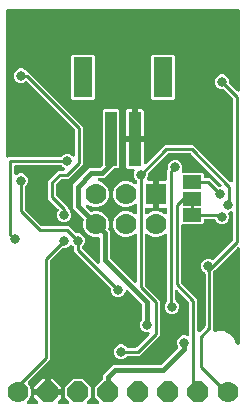
<source format=gbr>
G04 EAGLE Gerber RS-274X export*
G75*
%MOMM*%
%FSLAX34Y34*%
%LPD*%
%INBottom Copper*%
%IPPOS*%
%AMOC8*
5,1,8,0,0,1.08239X$1,22.5*%
G01*
%ADD10P,1.924489X8X112.500000*%
%ADD11C,1.778000*%
%ADD12R,1.000000X4.600000*%
%ADD13R,1.600000X3.400000*%
%ADD14R,1.778000X1.778000*%
%ADD15R,1.600200X1.168400*%
%ADD16C,0.800100*%
%ADD17C,0.254000*%
%ADD18C,0.406400*%

G36*
X112140Y105197D02*
X112140Y105197D01*
X112214Y105199D01*
X112311Y105223D01*
X112411Y105238D01*
X112480Y105265D01*
X112552Y105284D01*
X112642Y105330D01*
X112735Y105367D01*
X112796Y105409D01*
X112862Y105443D01*
X112939Y105508D01*
X113021Y105566D01*
X113071Y105621D01*
X113127Y105669D01*
X113187Y105750D01*
X113254Y105824D01*
X113290Y105889D01*
X113335Y105949D01*
X113374Y106041D01*
X113423Y106129D01*
X113443Y106201D01*
X113473Y106269D01*
X113490Y106368D01*
X113518Y106465D01*
X113526Y106565D01*
X113534Y106612D01*
X113532Y106648D01*
X113537Y106709D01*
X113537Y145213D01*
X113526Y145313D01*
X113524Y145413D01*
X113506Y145485D01*
X113497Y145559D01*
X113464Y145654D01*
X113439Y145751D01*
X113405Y145817D01*
X113380Y145887D01*
X113325Y145971D01*
X113279Y146061D01*
X113231Y146117D01*
X113191Y146180D01*
X113119Y146250D01*
X113054Y146326D01*
X112994Y146370D01*
X112940Y146422D01*
X112854Y146474D01*
X112773Y146533D01*
X112705Y146563D01*
X112641Y146601D01*
X112546Y146631D01*
X112453Y146671D01*
X112380Y146685D01*
X112309Y146707D01*
X112209Y146715D01*
X112110Y146733D01*
X112036Y146729D01*
X111962Y146735D01*
X111862Y146720D01*
X111762Y146715D01*
X111691Y146694D01*
X111617Y146683D01*
X111524Y146646D01*
X111427Y146618D01*
X111362Y146582D01*
X111293Y146555D01*
X111211Y146497D01*
X111123Y146448D01*
X111047Y146383D01*
X111007Y146356D01*
X110983Y146329D01*
X110937Y146290D01*
X110327Y145680D01*
X106313Y144017D01*
X101967Y144017D01*
X97953Y145680D01*
X94880Y148753D01*
X93217Y152767D01*
X93217Y157113D01*
X94880Y161127D01*
X97953Y164200D01*
X101967Y165863D01*
X106313Y165863D01*
X110327Y164200D01*
X110937Y163590D01*
X111016Y163528D01*
X111088Y163458D01*
X111152Y163420D01*
X111210Y163374D01*
X111301Y163331D01*
X111387Y163279D01*
X111458Y163256D01*
X111525Y163225D01*
X111623Y163203D01*
X111719Y163173D01*
X111793Y163167D01*
X111866Y163151D01*
X111966Y163153D01*
X112066Y163145D01*
X112140Y163156D01*
X112214Y163157D01*
X112311Y163182D01*
X112411Y163197D01*
X112480Y163224D01*
X112552Y163242D01*
X112641Y163288D01*
X112735Y163325D01*
X112796Y163368D01*
X112862Y163402D01*
X112939Y163467D01*
X113021Y163524D01*
X113071Y163579D01*
X113127Y163628D01*
X113187Y163708D01*
X113254Y163783D01*
X113290Y163848D01*
X113335Y163908D01*
X113374Y164000D01*
X113423Y164088D01*
X113443Y164160D01*
X113473Y164228D01*
X113490Y164327D01*
X113518Y164423D01*
X113526Y164523D01*
X113534Y164571D01*
X113532Y164607D01*
X113537Y164667D01*
X113537Y170613D01*
X113526Y170713D01*
X113524Y170813D01*
X113506Y170885D01*
X113497Y170959D01*
X113464Y171054D01*
X113439Y171151D01*
X113405Y171217D01*
X113380Y171287D01*
X113325Y171371D01*
X113279Y171461D01*
X113231Y171517D01*
X113191Y171580D01*
X113119Y171650D01*
X113054Y171726D01*
X112994Y171770D01*
X112940Y171822D01*
X112854Y171874D01*
X112773Y171933D01*
X112705Y171963D01*
X112641Y172001D01*
X112546Y172031D01*
X112453Y172071D01*
X112380Y172085D01*
X112309Y172107D01*
X112209Y172115D01*
X112110Y172133D01*
X112036Y172129D01*
X111962Y172135D01*
X111862Y172120D01*
X111762Y172115D01*
X111691Y172094D01*
X111617Y172083D01*
X111524Y172046D01*
X111427Y172018D01*
X111362Y171982D01*
X111293Y171955D01*
X111211Y171897D01*
X111123Y171848D01*
X111047Y171783D01*
X111007Y171756D01*
X110983Y171729D01*
X110937Y171690D01*
X110327Y171080D01*
X106313Y169417D01*
X101967Y169417D01*
X97953Y171080D01*
X94880Y174153D01*
X93217Y178167D01*
X93217Y182513D01*
X94880Y186527D01*
X97953Y189600D01*
X101967Y191263D01*
X106313Y191263D01*
X110327Y189600D01*
X110937Y188990D01*
X111016Y188928D01*
X111088Y188858D01*
X111152Y188820D01*
X111210Y188774D01*
X111301Y188731D01*
X111387Y188679D01*
X111458Y188656D01*
X111525Y188625D01*
X111623Y188603D01*
X111719Y188573D01*
X111793Y188567D01*
X111866Y188551D01*
X111966Y188553D01*
X112066Y188545D01*
X112140Y188556D01*
X112214Y188557D01*
X112311Y188582D01*
X112411Y188597D01*
X112480Y188624D01*
X112552Y188642D01*
X112641Y188688D01*
X112735Y188725D01*
X112796Y188768D01*
X112862Y188802D01*
X112939Y188867D01*
X113021Y188924D01*
X113071Y188979D01*
X113127Y189028D01*
X113187Y189108D01*
X113254Y189183D01*
X113290Y189248D01*
X113335Y189308D01*
X113374Y189400D01*
X113423Y189488D01*
X113443Y189560D01*
X113473Y189628D01*
X113490Y189727D01*
X113518Y189823D01*
X113526Y189923D01*
X113534Y189971D01*
X113532Y190007D01*
X113537Y190067D01*
X113537Y190989D01*
X113523Y191115D01*
X113516Y191241D01*
X113503Y191288D01*
X113497Y191336D01*
X113455Y191455D01*
X113420Y191576D01*
X113396Y191618D01*
X113380Y191664D01*
X113311Y191770D01*
X113250Y191880D01*
X113210Y191927D01*
X113191Y191957D01*
X113156Y191990D01*
X113091Y192067D01*
X111725Y193432D01*
X110807Y195650D01*
X110807Y198050D01*
X111413Y199513D01*
X111454Y199658D01*
X111500Y199801D01*
X111502Y199825D01*
X111508Y199848D01*
X111516Y199999D01*
X111528Y200148D01*
X111524Y200172D01*
X111525Y200196D01*
X111498Y200344D01*
X111476Y200493D01*
X111467Y200515D01*
X111463Y200539D01*
X111403Y200677D01*
X111347Y200817D01*
X111334Y200837D01*
X111324Y200859D01*
X111234Y200980D01*
X111148Y201103D01*
X111131Y201119D01*
X111116Y201139D01*
X111001Y201236D01*
X110890Y201336D01*
X110869Y201348D01*
X110850Y201364D01*
X110716Y201432D01*
X110585Y201505D01*
X110561Y201511D01*
X110540Y201522D01*
X110394Y201559D01*
X110249Y201600D01*
X110220Y201602D01*
X110202Y201607D01*
X110155Y201607D01*
X110005Y201619D01*
X106265Y201619D01*
X105619Y201792D01*
X105040Y202127D01*
X104567Y202600D01*
X104232Y203179D01*
X104059Y203825D01*
X104059Y224661D01*
X110624Y224661D01*
X110650Y224664D01*
X110676Y224662D01*
X110823Y224684D01*
X110970Y224701D01*
X110995Y224709D01*
X111021Y224713D01*
X111158Y224768D01*
X111298Y224818D01*
X111320Y224832D01*
X111345Y224842D01*
X111466Y224927D01*
X111591Y225007D01*
X111603Y225020D01*
X111650Y224975D01*
X111673Y224961D01*
X111692Y224944D01*
X111822Y224872D01*
X111949Y224796D01*
X111974Y224788D01*
X111997Y224775D01*
X112140Y224735D01*
X112281Y224690D01*
X112307Y224687D01*
X112332Y224680D01*
X112576Y224661D01*
X119141Y224661D01*
X119141Y207499D01*
X119152Y207399D01*
X119154Y207299D01*
X119172Y207227D01*
X119181Y207153D01*
X119214Y207058D01*
X119239Y206961D01*
X119273Y206895D01*
X119298Y206825D01*
X119353Y206740D01*
X119399Y206651D01*
X119447Y206594D01*
X119487Y206532D01*
X119559Y206462D01*
X119624Y206386D01*
X119684Y206341D01*
X119738Y206290D01*
X119824Y206238D01*
X119905Y206178D01*
X119973Y206149D01*
X120037Y206111D01*
X120133Y206080D01*
X120225Y206040D01*
X120298Y206027D01*
X120369Y206005D01*
X120469Y205996D01*
X120568Y205979D01*
X120642Y205983D01*
X120716Y205977D01*
X120816Y205991D01*
X120916Y205997D01*
X120987Y206017D01*
X121061Y206028D01*
X121154Y206065D01*
X121251Y206093D01*
X121316Y206130D01*
X121385Y206157D01*
X121467Y206214D01*
X121555Y206263D01*
X121631Y206328D01*
X121671Y206356D01*
X121695Y206382D01*
X121741Y206422D01*
X134681Y219362D01*
X137062Y221743D01*
X161388Y221743D01*
X192217Y190914D01*
X192295Y190851D01*
X192368Y190782D01*
X192432Y190743D01*
X192490Y190697D01*
X192581Y190654D01*
X192667Y190603D01*
X192738Y190580D01*
X192805Y190548D01*
X192903Y190527D01*
X192999Y190497D01*
X193073Y190491D01*
X193146Y190475D01*
X193246Y190477D01*
X193346Y190469D01*
X193420Y190480D01*
X193494Y190481D01*
X193591Y190505D01*
X193691Y190520D01*
X193760Y190548D01*
X193832Y190566D01*
X193922Y190612D01*
X194015Y190649D01*
X194076Y190691D01*
X194142Y190726D01*
X194219Y190791D01*
X194301Y190848D01*
X194351Y190903D01*
X194407Y190951D01*
X194467Y191032D01*
X194534Y191107D01*
X194570Y191172D01*
X194615Y191232D01*
X194654Y191324D01*
X194703Y191412D01*
X194723Y191483D01*
X194753Y191552D01*
X194770Y191650D01*
X194798Y191747D01*
X194806Y191847D01*
X194814Y191895D01*
X194812Y191930D01*
X194817Y191991D01*
X194817Y260891D01*
X194803Y261017D01*
X194796Y261143D01*
X194783Y261189D01*
X194777Y261237D01*
X194735Y261356D01*
X194700Y261478D01*
X194676Y261520D01*
X194660Y261565D01*
X194591Y261672D01*
X194530Y261782D01*
X194490Y261828D01*
X194471Y261858D01*
X194436Y261892D01*
X194371Y261968D01*
X187229Y269111D01*
X187130Y269189D01*
X187036Y269274D01*
X186993Y269297D01*
X186956Y269327D01*
X186841Y269381D01*
X186731Y269442D01*
X186684Y269456D01*
X186641Y269476D01*
X186517Y269503D01*
X186395Y269537D01*
X186335Y269542D01*
X186300Y269550D01*
X186252Y269549D01*
X186152Y269557D01*
X184220Y269557D01*
X182002Y270475D01*
X180305Y272172D01*
X179387Y274390D01*
X179387Y276790D01*
X180305Y279008D01*
X182002Y280705D01*
X184220Y281623D01*
X186620Y281623D01*
X188838Y280705D01*
X190535Y279008D01*
X191453Y276790D01*
X191453Y274858D01*
X191468Y274733D01*
X191474Y274607D01*
X191488Y274560D01*
X191493Y274512D01*
X191536Y274393D01*
X191571Y274272D01*
X191594Y274230D01*
X191611Y274184D01*
X191679Y274078D01*
X191741Y273968D01*
X191780Y273921D01*
X191800Y273891D01*
X191834Y273858D01*
X191899Y273781D01*
X198059Y267622D01*
X198137Y267559D01*
X198210Y267490D01*
X198274Y267451D01*
X198332Y267405D01*
X198423Y267362D01*
X198509Y267311D01*
X198580Y267288D01*
X198647Y267256D01*
X198745Y267235D01*
X198841Y267205D01*
X198915Y267199D01*
X198988Y267183D01*
X199088Y267185D01*
X199188Y267177D01*
X199262Y267188D01*
X199336Y267189D01*
X199433Y267213D01*
X199533Y267228D01*
X199602Y267256D01*
X199674Y267274D01*
X199764Y267320D01*
X199857Y267357D01*
X199918Y267399D01*
X199984Y267434D01*
X200061Y267499D01*
X200143Y267556D01*
X200193Y267611D01*
X200249Y267659D01*
X200309Y267740D01*
X200376Y267815D01*
X200412Y267880D01*
X200457Y267940D01*
X200496Y268032D01*
X200545Y268120D01*
X200565Y268191D01*
X200595Y268260D01*
X200612Y268358D01*
X200640Y268455D01*
X200648Y268555D01*
X200656Y268603D01*
X200654Y268638D01*
X200659Y268699D01*
X200659Y335280D01*
X200656Y335306D01*
X200658Y335332D01*
X200636Y335479D01*
X200619Y335626D01*
X200611Y335651D01*
X200607Y335677D01*
X200552Y335815D01*
X200502Y335954D01*
X200488Y335976D01*
X200478Y336001D01*
X200393Y336122D01*
X200313Y336247D01*
X200294Y336265D01*
X200279Y336287D01*
X200169Y336386D01*
X200062Y336489D01*
X200040Y336503D01*
X200020Y336520D01*
X199890Y336592D01*
X199763Y336668D01*
X199738Y336676D01*
X199715Y336689D01*
X199572Y336729D01*
X199431Y336774D01*
X199405Y336776D01*
X199380Y336784D01*
X199136Y336803D01*
X4064Y336803D01*
X4038Y336800D01*
X4012Y336802D01*
X3865Y336780D01*
X3718Y336763D01*
X3693Y336755D01*
X3667Y336751D01*
X3529Y336696D01*
X3390Y336646D01*
X3368Y336632D01*
X3343Y336622D01*
X3222Y336537D01*
X3097Y336457D01*
X3079Y336438D01*
X3057Y336423D01*
X2958Y336313D01*
X2855Y336206D01*
X2841Y336184D01*
X2824Y336164D01*
X2752Y336034D01*
X2676Y335907D01*
X2668Y335882D01*
X2655Y335859D01*
X2615Y335716D01*
X2570Y335575D01*
X2568Y335549D01*
X2560Y335524D01*
X2541Y335280D01*
X2541Y212819D01*
X2552Y212719D01*
X2554Y212619D01*
X2572Y212547D01*
X2581Y212473D01*
X2614Y212378D01*
X2639Y212281D01*
X2673Y212215D01*
X2698Y212145D01*
X2753Y212060D01*
X2799Y211971D01*
X2847Y211914D01*
X2887Y211852D01*
X2959Y211782D01*
X3024Y211705D01*
X3084Y211661D01*
X3138Y211610D01*
X3224Y211558D01*
X3305Y211498D01*
X3373Y211469D01*
X3437Y211431D01*
X3532Y211400D01*
X3625Y211360D01*
X3698Y211347D01*
X3769Y211325D01*
X3869Y211316D01*
X3968Y211299D01*
X4042Y211303D01*
X4116Y211297D01*
X4215Y211311D01*
X4316Y211317D01*
X4387Y211337D01*
X4461Y211348D01*
X4554Y211385D01*
X4651Y211413D01*
X4716Y211450D01*
X4785Y211477D01*
X4867Y211534D01*
X4954Y211583D01*
X48749Y211583D01*
X48875Y211597D01*
X49001Y211604D01*
X49048Y211617D01*
X49096Y211623D01*
X49215Y211665D01*
X49336Y211700D01*
X49378Y211724D01*
X49424Y211740D01*
X49530Y211809D01*
X49640Y211870D01*
X49687Y211910D01*
X49717Y211929D01*
X49750Y211964D01*
X49827Y212029D01*
X51192Y213395D01*
X53410Y214313D01*
X55810Y214313D01*
X58028Y213395D01*
X58867Y212555D01*
X58946Y212493D01*
X59018Y212423D01*
X59082Y212385D01*
X59140Y212339D01*
X59231Y212296D01*
X59317Y212244D01*
X59388Y212222D01*
X59455Y212190D01*
X59553Y212169D01*
X59649Y212138D01*
X59723Y212132D01*
X59796Y212116D01*
X59896Y212118D01*
X59996Y212110D01*
X60070Y212121D01*
X60144Y212122D01*
X60241Y212147D01*
X60341Y212162D01*
X60410Y212189D01*
X60482Y212207D01*
X60571Y212253D01*
X60665Y212291D01*
X60726Y212333D01*
X60792Y212367D01*
X60868Y212432D01*
X60951Y212489D01*
X61001Y212545D01*
X61057Y212593D01*
X61117Y212674D01*
X61184Y212748D01*
X61220Y212813D01*
X61265Y212873D01*
X61304Y212965D01*
X61353Y213053D01*
X61373Y213125D01*
X61403Y213193D01*
X61420Y213292D01*
X61448Y213389D01*
X61456Y213489D01*
X61464Y213536D01*
X61462Y213572D01*
X61467Y213632D01*
X61467Y234221D01*
X61453Y234347D01*
X61446Y234473D01*
X61433Y234519D01*
X61427Y234567D01*
X61385Y234686D01*
X61350Y234808D01*
X61326Y234850D01*
X61310Y234895D01*
X61241Y235002D01*
X61180Y235112D01*
X61140Y235158D01*
X61121Y235188D01*
X61086Y235222D01*
X61021Y235298D01*
X20788Y275531D01*
X20767Y275548D01*
X20750Y275568D01*
X20631Y275656D01*
X20515Y275748D01*
X20491Y275759D01*
X20470Y275775D01*
X20334Y275834D01*
X20200Y275897D01*
X20174Y275902D01*
X20150Y275913D01*
X20004Y275939D01*
X19859Y275970D01*
X19833Y275970D01*
X19807Y275975D01*
X19658Y275967D01*
X19511Y275964D01*
X19485Y275958D01*
X19459Y275957D01*
X19316Y275915D01*
X19173Y275879D01*
X19149Y275867D01*
X19124Y275860D01*
X18995Y275788D01*
X18863Y275720D01*
X18843Y275703D01*
X18820Y275690D01*
X18666Y275559D01*
X16440Y274637D01*
X14040Y274637D01*
X11822Y275555D01*
X10125Y277252D01*
X9207Y279470D01*
X9207Y281870D01*
X10125Y284088D01*
X11822Y285785D01*
X14040Y286703D01*
X16440Y286703D01*
X18658Y285785D01*
X20023Y284419D01*
X20123Y284340D01*
X20216Y284256D01*
X20259Y284232D01*
X20296Y284202D01*
X20411Y284148D01*
X20521Y284087D01*
X20568Y284074D01*
X20611Y284053D01*
X20735Y284027D01*
X20857Y283992D01*
X20917Y283987D01*
X20952Y283980D01*
X21000Y283981D01*
X21100Y283973D01*
X21688Y283973D01*
X24069Y281592D01*
X65692Y239969D01*
X68073Y237588D01*
X68073Y205642D01*
X55978Y193547D01*
X50259Y193547D01*
X50133Y193533D01*
X50007Y193526D01*
X49961Y193513D01*
X49913Y193507D01*
X49794Y193465D01*
X49672Y193430D01*
X49630Y193406D01*
X49585Y193390D01*
X49478Y193321D01*
X49368Y193260D01*
X49322Y193220D01*
X49292Y193201D01*
X49258Y193166D01*
X49182Y193101D01*
X45659Y189578D01*
X45580Y189479D01*
X45496Y189385D01*
X45472Y189343D01*
X45442Y189305D01*
X45388Y189191D01*
X45327Y189080D01*
X45314Y189034D01*
X45293Y188990D01*
X45267Y188867D01*
X45232Y188745D01*
X45227Y188684D01*
X45220Y188649D01*
X45221Y188601D01*
X45213Y188501D01*
X45213Y179799D01*
X45227Y179673D01*
X45234Y179547D01*
X45247Y179501D01*
X45253Y179453D01*
X45295Y179334D01*
X45330Y179212D01*
X45354Y179170D01*
X45370Y179125D01*
X45439Y179018D01*
X45500Y178908D01*
X45540Y178862D01*
X45559Y178832D01*
X45594Y178798D01*
X45659Y178722D01*
X55373Y169008D01*
X55373Y168421D01*
X55387Y168295D01*
X55394Y168169D01*
X55407Y168122D01*
X55413Y168074D01*
X55455Y167955D01*
X55490Y167834D01*
X55514Y167792D01*
X55530Y167746D01*
X55599Y167640D01*
X55660Y167530D01*
X55700Y167483D01*
X55719Y167453D01*
X55754Y167420D01*
X55819Y167343D01*
X57185Y165978D01*
X58103Y163760D01*
X58103Y161360D01*
X57185Y159142D01*
X55488Y157445D01*
X53270Y156527D01*
X50870Y156527D01*
X48652Y157445D01*
X46955Y159142D01*
X46037Y161360D01*
X46037Y163760D01*
X46957Y165982D01*
X46968Y165991D01*
X47056Y166111D01*
X47148Y166227D01*
X47159Y166250D01*
X47175Y166271D01*
X47233Y166407D01*
X47297Y166542D01*
X47302Y166567D01*
X47313Y166592D01*
X47339Y166737D01*
X47370Y166882D01*
X47370Y166909D01*
X47375Y166935D01*
X47367Y167083D01*
X47364Y167231D01*
X47358Y167256D01*
X47357Y167283D01*
X47316Y167425D01*
X47279Y167569D01*
X47267Y167592D01*
X47260Y167617D01*
X47188Y167747D01*
X47178Y167766D01*
X47175Y167772D01*
X47172Y167777D01*
X47120Y167879D01*
X47103Y167899D01*
X47090Y167922D01*
X46990Y168039D01*
X46976Y168059D01*
X46963Y168070D01*
X46931Y168108D01*
X38607Y176432D01*
X38607Y191868D01*
X46892Y200153D01*
X50808Y200153D01*
X50858Y200158D01*
X50908Y200156D01*
X51030Y200178D01*
X51154Y200193D01*
X51201Y200210D01*
X51251Y200219D01*
X51365Y200268D01*
X51482Y200310D01*
X51524Y200337D01*
X51570Y200358D01*
X51670Y200432D01*
X51775Y200499D01*
X51810Y200535D01*
X51850Y200565D01*
X51930Y200660D01*
X52017Y200750D01*
X52043Y200793D01*
X52075Y200831D01*
X52132Y200942D01*
X52196Y201049D01*
X52211Y201097D01*
X52234Y201142D01*
X52264Y201262D01*
X52302Y201381D01*
X52306Y201431D01*
X52318Y201480D01*
X52320Y201604D01*
X52330Y201728D01*
X52322Y201778D01*
X52323Y201828D01*
X52297Y201950D01*
X52278Y202073D01*
X52260Y202120D01*
X52249Y202169D01*
X52195Y202281D01*
X52149Y202397D01*
X52121Y202438D01*
X52099Y202484D01*
X52021Y202581D01*
X51951Y202683D01*
X51913Y202717D01*
X51882Y202756D01*
X51784Y202833D01*
X51692Y202916D01*
X51648Y202941D01*
X51608Y202972D01*
X51390Y203083D01*
X51192Y203165D01*
X49827Y204531D01*
X49728Y204610D01*
X49634Y204694D01*
X49591Y204718D01*
X49554Y204748D01*
X49439Y204802D01*
X49329Y204863D01*
X49282Y204876D01*
X49238Y204897D01*
X49115Y204923D01*
X48993Y204958D01*
X48933Y204963D01*
X48898Y204970D01*
X48850Y204969D01*
X48749Y204977D01*
X11176Y204977D01*
X11150Y204974D01*
X11124Y204976D01*
X10977Y204954D01*
X10830Y204937D01*
X10805Y204929D01*
X10779Y204925D01*
X10641Y204870D01*
X10502Y204820D01*
X10480Y204806D01*
X10455Y204796D01*
X10334Y204711D01*
X10209Y204631D01*
X10191Y204612D01*
X10169Y204597D01*
X10070Y204487D01*
X9967Y204380D01*
X9953Y204358D01*
X9936Y204338D01*
X9864Y204208D01*
X9788Y204081D01*
X9780Y204056D01*
X9767Y204033D01*
X9727Y203890D01*
X9682Y203749D01*
X9680Y203723D01*
X9672Y203698D01*
X9653Y203454D01*
X9653Y198266D01*
X9670Y198117D01*
X9682Y197967D01*
X9690Y197943D01*
X9693Y197919D01*
X9743Y197778D01*
X9789Y197635D01*
X9802Y197614D01*
X9810Y197591D01*
X9892Y197465D01*
X9969Y197336D01*
X9986Y197319D01*
X9999Y197299D01*
X10108Y197194D01*
X10212Y197086D01*
X10232Y197073D01*
X10250Y197056D01*
X10379Y196979D01*
X10505Y196898D01*
X10528Y196890D01*
X10549Y196878D01*
X10692Y196832D01*
X10834Y196781D01*
X10858Y196779D01*
X10881Y196771D01*
X11030Y196759D01*
X11180Y196742D01*
X11204Y196745D01*
X11228Y196743D01*
X11376Y196766D01*
X11526Y196783D01*
X11554Y196792D01*
X11573Y196795D01*
X11616Y196812D01*
X11759Y196858D01*
X14040Y197803D01*
X16440Y197803D01*
X18658Y196885D01*
X20355Y195188D01*
X21273Y192970D01*
X21273Y190570D01*
X20355Y188352D01*
X18989Y186987D01*
X18910Y186888D01*
X18826Y186794D01*
X18802Y186751D01*
X18772Y186714D01*
X18718Y186599D01*
X18657Y186489D01*
X18644Y186442D01*
X18623Y186398D01*
X18597Y186275D01*
X18562Y186153D01*
X18557Y186093D01*
X18550Y186058D01*
X18551Y186010D01*
X18543Y185909D01*
X18543Y168369D01*
X18557Y168243D01*
X18564Y168117D01*
X18577Y168071D01*
X18583Y168023D01*
X18625Y167904D01*
X18660Y167782D01*
X18684Y167740D01*
X18700Y167695D01*
X18769Y167588D01*
X18830Y167478D01*
X18870Y167432D01*
X18889Y167402D01*
X18924Y167368D01*
X18989Y167292D01*
X32672Y153609D01*
X32771Y153530D01*
X32865Y153446D01*
X32907Y153422D01*
X32945Y153392D01*
X33059Y153338D01*
X33170Y153277D01*
X33216Y153264D01*
X33260Y153243D01*
X33383Y153217D01*
X33505Y153182D01*
X33566Y153177D01*
X33601Y153170D01*
X33649Y153171D01*
X33749Y153163D01*
X55978Y153163D01*
X58359Y150782D01*
X61691Y147449D01*
X61790Y147371D01*
X61884Y147286D01*
X61927Y147263D01*
X61964Y147233D01*
X62079Y147179D01*
X62189Y147118D01*
X62236Y147104D01*
X62279Y147084D01*
X62403Y147057D01*
X62525Y147023D01*
X62585Y147018D01*
X62620Y147010D01*
X62668Y147011D01*
X62768Y147003D01*
X64700Y147003D01*
X66918Y146085D01*
X68615Y144388D01*
X69533Y142170D01*
X69533Y139770D01*
X68615Y137552D01*
X67369Y136306D01*
X67352Y136286D01*
X67332Y136269D01*
X67244Y136149D01*
X67152Y136033D01*
X67141Y136010D01*
X67125Y135989D01*
X67066Y135852D01*
X67003Y135718D01*
X66998Y135693D01*
X66987Y135668D01*
X66961Y135522D01*
X66930Y135378D01*
X66930Y135351D01*
X66925Y135325D01*
X66933Y135177D01*
X66936Y135029D01*
X66942Y135004D01*
X66943Y134977D01*
X66985Y134835D01*
X67021Y134691D01*
X67033Y134668D01*
X67040Y134643D01*
X67112Y134513D01*
X67180Y134381D01*
X67197Y134361D01*
X67210Y134338D01*
X67369Y134152D01*
X79695Y121826D01*
X79773Y121763D01*
X79846Y121694D01*
X79910Y121655D01*
X79968Y121609D01*
X80059Y121566D01*
X80145Y121515D01*
X80216Y121492D01*
X80283Y121460D01*
X80381Y121439D01*
X80477Y121409D01*
X80551Y121403D01*
X80624Y121387D01*
X80724Y121389D01*
X80824Y121381D01*
X80898Y121392D01*
X80972Y121393D01*
X81069Y121417D01*
X81169Y121432D01*
X81238Y121460D01*
X81310Y121478D01*
X81400Y121524D01*
X81493Y121561D01*
X81554Y121603D01*
X81620Y121638D01*
X81697Y121703D01*
X81779Y121760D01*
X81829Y121815D01*
X81885Y121863D01*
X81945Y121944D01*
X82012Y122019D01*
X82048Y122084D01*
X82093Y122144D01*
X82132Y122236D01*
X82181Y122324D01*
X82201Y122395D01*
X82231Y122464D01*
X82248Y122562D01*
X82276Y122659D01*
X82284Y122759D01*
X82292Y122807D01*
X82290Y122842D01*
X82295Y122903D01*
X82295Y142494D01*
X82292Y142520D01*
X82294Y142546D01*
X82272Y142693D01*
X82255Y142840D01*
X82247Y142865D01*
X82243Y142891D01*
X82188Y143029D01*
X82138Y143168D01*
X82124Y143190D01*
X82114Y143215D01*
X82029Y143336D01*
X81949Y143461D01*
X81930Y143479D01*
X81915Y143501D01*
X81805Y143600D01*
X81698Y143703D01*
X81676Y143717D01*
X81656Y143734D01*
X81526Y143806D01*
X81399Y143882D01*
X81374Y143890D01*
X81351Y143903D01*
X81208Y143943D01*
X81067Y143988D01*
X81041Y143990D01*
X81016Y143998D01*
X80772Y144017D01*
X76567Y144017D01*
X72553Y145680D01*
X69480Y148753D01*
X67817Y152767D01*
X67817Y157113D01*
X68307Y158295D01*
X68328Y158368D01*
X68358Y158438D01*
X68376Y158535D01*
X68403Y158630D01*
X68406Y158706D01*
X68420Y158781D01*
X68415Y158880D01*
X68420Y158978D01*
X68406Y159053D01*
X68402Y159130D01*
X68375Y159224D01*
X68357Y159321D01*
X68327Y159391D01*
X68305Y159464D01*
X68257Y159550D01*
X68218Y159641D01*
X68173Y159702D01*
X68135Y159769D01*
X68038Y159882D01*
X68010Y159920D01*
X67996Y159933D01*
X67977Y159955D01*
X59435Y168496D01*
X59435Y188374D01*
X73246Y202185D01*
X81505Y202185D01*
X81631Y202199D01*
X81757Y202206D01*
X81804Y202219D01*
X81852Y202225D01*
X81971Y202267D01*
X82092Y202302D01*
X82134Y202326D01*
X82180Y202342D01*
X82286Y202411D01*
X82396Y202472D01*
X82442Y202512D01*
X82472Y202531D01*
X82506Y202566D01*
X82582Y202631D01*
X84121Y204170D01*
X84200Y204269D01*
X84284Y204362D01*
X84308Y204405D01*
X84338Y204443D01*
X84392Y204557D01*
X84453Y204667D01*
X84466Y204714D01*
X84487Y204758D01*
X84513Y204881D01*
X84548Y205003D01*
X84553Y205064D01*
X84560Y205098D01*
X84559Y205146D01*
X84567Y205247D01*
X84567Y251002D01*
X85758Y252193D01*
X97442Y252193D01*
X98633Y251002D01*
X98633Y203318D01*
X97442Y202127D01*
X94207Y202127D01*
X94081Y202113D01*
X93955Y202106D01*
X93908Y202093D01*
X93860Y202087D01*
X93741Y202045D01*
X93620Y202010D01*
X93578Y201986D01*
X93532Y201970D01*
X93426Y201901D01*
X93316Y201840D01*
X93270Y201800D01*
X93240Y201781D01*
X93206Y201746D01*
X93199Y201740D01*
X93198Y201740D01*
X93130Y201681D01*
X85504Y194055D01*
X81829Y194055D01*
X81779Y194050D01*
X81728Y194052D01*
X81606Y194030D01*
X81483Y194015D01*
X81435Y193998D01*
X81386Y193989D01*
X81271Y193940D01*
X81154Y193898D01*
X81112Y193871D01*
X81066Y193851D01*
X80966Y193776D01*
X80862Y193709D01*
X80827Y193673D01*
X80786Y193643D01*
X80706Y193548D01*
X80619Y193458D01*
X80594Y193415D01*
X80561Y193377D01*
X80504Y193266D01*
X80441Y193159D01*
X80425Y193111D01*
X80402Y193066D01*
X80372Y192946D01*
X80334Y192827D01*
X80330Y192777D01*
X80318Y192728D01*
X80316Y192604D01*
X80306Y192480D01*
X80314Y192430D01*
X80313Y192380D01*
X80340Y192258D01*
X80358Y192135D01*
X80377Y192088D01*
X80387Y192039D01*
X80441Y191927D01*
X80487Y191811D01*
X80516Y191770D01*
X80537Y191724D01*
X80615Y191627D01*
X80686Y191525D01*
X80723Y191491D01*
X80755Y191452D01*
X80852Y191375D01*
X80945Y191292D01*
X80989Y191267D01*
X81028Y191236D01*
X81246Y191125D01*
X84927Y189600D01*
X88000Y186527D01*
X89663Y182513D01*
X89663Y178167D01*
X88000Y174153D01*
X84927Y171080D01*
X80913Y169417D01*
X76567Y169417D01*
X72450Y171123D01*
X72402Y171137D01*
X72356Y171158D01*
X72235Y171184D01*
X72115Y171218D01*
X72065Y171221D01*
X72016Y171231D01*
X71891Y171229D01*
X71767Y171235D01*
X71717Y171226D01*
X71667Y171225D01*
X71547Y171195D01*
X71424Y171173D01*
X71378Y171153D01*
X71329Y171140D01*
X71218Y171083D01*
X71104Y171034D01*
X71064Y171004D01*
X71019Y170981D01*
X70924Y170900D01*
X70825Y170826D01*
X70792Y170788D01*
X70754Y170755D01*
X70680Y170655D01*
X70600Y170560D01*
X70577Y170515D01*
X70547Y170475D01*
X70497Y170360D01*
X70441Y170250D01*
X70429Y170201D01*
X70409Y170155D01*
X70387Y170032D01*
X70357Y169912D01*
X70356Y169861D01*
X70347Y169812D01*
X70353Y169687D01*
X70352Y169563D01*
X70362Y169514D01*
X70365Y169464D01*
X70399Y169344D01*
X70426Y169223D01*
X70448Y169177D01*
X70461Y169129D01*
X70522Y169020D01*
X70576Y168908D01*
X70607Y168868D01*
X70632Y168825D01*
X70790Y168638D01*
X73725Y165703D01*
X73785Y165656D01*
X73838Y165601D01*
X73921Y165548D01*
X73998Y165487D01*
X74067Y165454D01*
X74132Y165413D01*
X74224Y165380D01*
X74313Y165338D01*
X74388Y165322D01*
X74460Y165296D01*
X74558Y165285D01*
X74654Y165264D01*
X74730Y165266D01*
X74806Y165257D01*
X74904Y165269D01*
X75002Y165270D01*
X75077Y165289D01*
X75152Y165298D01*
X75294Y165344D01*
X75340Y165355D01*
X75358Y165364D01*
X75385Y165373D01*
X76567Y165863D01*
X80913Y165863D01*
X84927Y164200D01*
X88000Y161127D01*
X89663Y157113D01*
X89663Y152767D01*
X89173Y151585D01*
X89152Y151511D01*
X89122Y151441D01*
X89104Y151345D01*
X89077Y151250D01*
X89074Y151174D01*
X89060Y151098D01*
X89065Y151000D01*
X89060Y150902D01*
X89074Y150827D01*
X89078Y150750D01*
X89105Y150656D01*
X89123Y150559D01*
X89153Y150489D01*
X89175Y150416D01*
X89223Y150330D01*
X89262Y150239D01*
X89307Y150178D01*
X89345Y150111D01*
X89442Y149998D01*
X89470Y149960D01*
X89484Y149947D01*
X89503Y149925D01*
X90425Y149004D01*
X90425Y126775D01*
X90439Y126649D01*
X90446Y126523D01*
X90459Y126476D01*
X90465Y126428D01*
X90507Y126309D01*
X90542Y126188D01*
X90566Y126146D01*
X90582Y126100D01*
X90651Y125994D01*
X90712Y125884D01*
X90752Y125838D01*
X90771Y125808D01*
X90806Y125774D01*
X90871Y125698D01*
X110937Y105631D01*
X111015Y105569D01*
X111088Y105499D01*
X111152Y105461D01*
X111210Y105415D01*
X111301Y105372D01*
X111387Y105320D01*
X111458Y105298D01*
X111525Y105266D01*
X111623Y105245D01*
X111719Y105214D01*
X111793Y105208D01*
X111866Y105193D01*
X111966Y105194D01*
X112066Y105186D01*
X112140Y105197D01*
G37*
G36*
X28516Y2552D02*
X28516Y2552D01*
X28617Y2554D01*
X28689Y2572D01*
X28763Y2581D01*
X28857Y2614D01*
X28955Y2639D01*
X29021Y2673D01*
X29091Y2698D01*
X29175Y2753D01*
X29264Y2799D01*
X29321Y2847D01*
X29383Y2887D01*
X29453Y2959D01*
X29530Y3024D01*
X29574Y3084D01*
X29626Y3138D01*
X29677Y3224D01*
X29737Y3305D01*
X29766Y3373D01*
X29805Y3437D01*
X29835Y3533D01*
X29875Y3625D01*
X29888Y3698D01*
X29911Y3769D01*
X29919Y3869D01*
X29937Y3968D01*
X29933Y4042D01*
X29939Y4116D01*
X29924Y4216D01*
X29919Y4316D01*
X29898Y4387D01*
X29887Y4461D01*
X29850Y4554D01*
X29822Y4651D01*
X29786Y4716D01*
X29758Y4785D01*
X29701Y4867D01*
X29652Y4955D01*
X29587Y5031D01*
X29559Y5071D01*
X29533Y5095D01*
X29493Y5141D01*
X26669Y7965D01*
X26669Y10161D01*
X37084Y10161D01*
X37110Y10164D01*
X37136Y10162D01*
X37283Y10184D01*
X37430Y10201D01*
X37455Y10209D01*
X37481Y10213D01*
X37618Y10268D01*
X37758Y10318D01*
X37780Y10332D01*
X37805Y10342D01*
X37926Y10427D01*
X38051Y10507D01*
X38069Y10526D01*
X38091Y10541D01*
X38105Y10557D01*
X38190Y10475D01*
X38213Y10461D01*
X38232Y10444D01*
X38362Y10372D01*
X38489Y10296D01*
X38514Y10288D01*
X38537Y10275D01*
X38680Y10235D01*
X38821Y10190D01*
X38847Y10187D01*
X38872Y10180D01*
X39116Y10161D01*
X49531Y10161D01*
X49531Y7965D01*
X46707Y5141D01*
X46644Y5063D01*
X46574Y4990D01*
X46536Y4926D01*
X46490Y4868D01*
X46447Y4777D01*
X46395Y4691D01*
X46373Y4620D01*
X46341Y4553D01*
X46320Y4455D01*
X46289Y4359D01*
X46283Y4285D01*
X46268Y4212D01*
X46269Y4112D01*
X46261Y4012D01*
X46272Y3938D01*
X46274Y3864D01*
X46298Y3767D01*
X46313Y3667D01*
X46340Y3598D01*
X46359Y3526D01*
X46405Y3437D01*
X46442Y3343D01*
X46484Y3282D01*
X46518Y3216D01*
X46583Y3140D01*
X46641Y3057D01*
X46696Y3007D01*
X46744Y2951D01*
X46825Y2891D01*
X46899Y2824D01*
X46965Y2788D01*
X47024Y2743D01*
X47117Y2704D01*
X47204Y2655D01*
X47276Y2635D01*
X47344Y2605D01*
X47443Y2588D01*
X47540Y2560D01*
X47640Y2552D01*
X47687Y2544D01*
X47723Y2546D01*
X47784Y2541D01*
X54535Y2541D01*
X54635Y2552D01*
X54735Y2554D01*
X54807Y2572D01*
X54881Y2581D01*
X54975Y2614D01*
X55073Y2639D01*
X55139Y2673D01*
X55209Y2698D01*
X55293Y2753D01*
X55383Y2799D01*
X55439Y2847D01*
X55502Y2887D01*
X55572Y2959D01*
X55648Y3024D01*
X55692Y3084D01*
X55744Y3138D01*
X55796Y3224D01*
X55855Y3305D01*
X55885Y3373D01*
X55923Y3437D01*
X55954Y3533D01*
X55993Y3625D01*
X56006Y3698D01*
X56029Y3769D01*
X56037Y3869D01*
X56055Y3968D01*
X56051Y4042D01*
X56057Y4116D01*
X56042Y4216D01*
X56037Y4316D01*
X56016Y4387D01*
X56005Y4461D01*
X55968Y4554D01*
X55941Y4651D01*
X55904Y4716D01*
X55877Y4785D01*
X55819Y4867D01*
X55770Y4955D01*
X55705Y5031D01*
X55678Y5071D01*
X55651Y5095D01*
X55612Y5141D01*
X52577Y8176D01*
X52577Y17224D01*
X58976Y23623D01*
X68024Y23623D01*
X74423Y17224D01*
X74423Y8176D01*
X71388Y5141D01*
X71326Y5063D01*
X71256Y4990D01*
X71218Y4926D01*
X71172Y4868D01*
X71129Y4777D01*
X71077Y4691D01*
X71054Y4620D01*
X71023Y4553D01*
X71001Y4455D01*
X70971Y4359D01*
X70965Y4285D01*
X70949Y4212D01*
X70951Y4112D01*
X70943Y4012D01*
X70954Y3938D01*
X70955Y3864D01*
X70980Y3767D01*
X70995Y3667D01*
X71022Y3598D01*
X71040Y3526D01*
X71086Y3437D01*
X71123Y3343D01*
X71166Y3282D01*
X71200Y3216D01*
X71265Y3140D01*
X71322Y3057D01*
X71377Y3007D01*
X71426Y2951D01*
X71506Y2891D01*
X71581Y2824D01*
X71646Y2788D01*
X71706Y2743D01*
X71798Y2704D01*
X71886Y2655D01*
X71958Y2635D01*
X72026Y2605D01*
X72125Y2588D01*
X72221Y2560D01*
X72321Y2552D01*
X72369Y2544D01*
X72405Y2546D01*
X72465Y2541D01*
X79935Y2541D01*
X80035Y2552D01*
X80135Y2554D01*
X80207Y2572D01*
X80281Y2581D01*
X80375Y2614D01*
X80473Y2639D01*
X80539Y2673D01*
X80609Y2698D01*
X80693Y2753D01*
X80783Y2799D01*
X80839Y2847D01*
X80902Y2887D01*
X80972Y2959D01*
X81048Y3024D01*
X81092Y3084D01*
X81144Y3138D01*
X81196Y3224D01*
X81255Y3305D01*
X81285Y3373D01*
X81323Y3437D01*
X81354Y3533D01*
X81393Y3625D01*
X81406Y3698D01*
X81429Y3769D01*
X81437Y3869D01*
X81455Y3968D01*
X81451Y4042D01*
X81457Y4116D01*
X81442Y4216D01*
X81437Y4316D01*
X81416Y4387D01*
X81405Y4461D01*
X81368Y4554D01*
X81341Y4651D01*
X81304Y4716D01*
X81277Y4785D01*
X81219Y4867D01*
X81170Y4955D01*
X81105Y5031D01*
X81078Y5071D01*
X81051Y5095D01*
X81012Y5141D01*
X77977Y8176D01*
X77977Y17224D01*
X84389Y23636D01*
X84468Y23735D01*
X84552Y23829D01*
X84576Y23871D01*
X84606Y23909D01*
X84660Y24023D01*
X84721Y24134D01*
X84734Y24181D01*
X84755Y24224D01*
X84781Y24348D01*
X84816Y24470D01*
X84821Y24530D01*
X84828Y24565D01*
X84827Y24613D01*
X84835Y24713D01*
X84835Y27084D01*
X93566Y35815D01*
X133575Y35815D01*
X133701Y35829D01*
X133827Y35836D01*
X133874Y35849D01*
X133922Y35855D01*
X134041Y35897D01*
X134162Y35932D01*
X134204Y35956D01*
X134250Y35972D01*
X134356Y36041D01*
X134466Y36102D01*
X134512Y36142D01*
X134542Y36161D01*
X134576Y36196D01*
X134652Y36261D01*
X148137Y49745D01*
X148184Y49805D01*
X148239Y49858D01*
X148292Y49941D01*
X148354Y50018D01*
X148386Y50087D01*
X148427Y50152D01*
X148460Y50245D01*
X148502Y50333D01*
X148518Y50408D01*
X148544Y50480D01*
X148555Y50578D01*
X148576Y50674D01*
X148574Y50750D01*
X148583Y50826D01*
X148572Y50924D01*
X148570Y51023D01*
X148551Y51097D01*
X148542Y51173D01*
X148496Y51315D01*
X148485Y51361D01*
X148476Y51378D01*
X148467Y51405D01*
X147637Y53410D01*
X147637Y55810D01*
X148555Y58028D01*
X150252Y59725D01*
X152470Y60643D01*
X154870Y60643D01*
X155123Y60539D01*
X155881Y60224D01*
X156026Y60183D01*
X156169Y60137D01*
X156193Y60135D01*
X156216Y60129D01*
X156367Y60121D01*
X156516Y60109D01*
X156540Y60113D01*
X156564Y60112D01*
X156712Y60139D01*
X156861Y60161D01*
X156883Y60170D01*
X156907Y60174D01*
X157045Y60234D01*
X157185Y60290D01*
X157205Y60304D01*
X157227Y60313D01*
X157348Y60403D01*
X157471Y60489D01*
X157487Y60507D01*
X157507Y60521D01*
X157604Y60636D01*
X157704Y60748D01*
X157716Y60769D01*
X157732Y60787D01*
X157800Y60921D01*
X157873Y61053D01*
X157879Y61076D01*
X157890Y61097D01*
X157927Y61243D01*
X157968Y61388D01*
X157970Y61417D01*
X157975Y61436D01*
X157975Y61483D01*
X157987Y61632D01*
X157987Y88171D01*
X157973Y88297D01*
X157966Y88423D01*
X157953Y88469D01*
X157947Y88517D01*
X157905Y88636D01*
X157870Y88758D01*
X157846Y88800D01*
X157830Y88845D01*
X157761Y88952D01*
X157700Y89062D01*
X157660Y89108D01*
X157641Y89138D01*
X157606Y89172D01*
X157541Y89248D01*
X148143Y98646D01*
X148065Y98709D01*
X147992Y98778D01*
X147928Y98817D01*
X147870Y98863D01*
X147779Y98906D01*
X147693Y98957D01*
X147622Y98980D01*
X147555Y99012D01*
X147457Y99033D01*
X147361Y99063D01*
X147287Y99069D01*
X147214Y99085D01*
X147114Y99083D01*
X147014Y99091D01*
X146940Y99080D01*
X146866Y99079D01*
X146769Y99055D01*
X146669Y99040D01*
X146600Y99012D01*
X146528Y98994D01*
X146438Y98948D01*
X146345Y98911D01*
X146284Y98869D01*
X146218Y98834D01*
X146141Y98769D01*
X146059Y98712D01*
X146009Y98657D01*
X145953Y98609D01*
X145893Y98528D01*
X145826Y98453D01*
X145790Y98388D01*
X145745Y98328D01*
X145706Y98236D01*
X145657Y98148D01*
X145637Y98077D01*
X145607Y98008D01*
X145590Y97910D01*
X145562Y97813D01*
X145554Y97713D01*
X145546Y97665D01*
X145548Y97630D01*
X145543Y97569D01*
X145543Y91796D01*
X145551Y91720D01*
X145550Y91644D01*
X145571Y91548D01*
X145583Y91450D01*
X145608Y91378D01*
X145625Y91303D01*
X145667Y91215D01*
X145700Y91122D01*
X145742Y91058D01*
X145774Y90989D01*
X145836Y90912D01*
X145889Y90829D01*
X145944Y90776D01*
X145992Y90716D01*
X146069Y90655D01*
X146140Y90587D01*
X146205Y90548D01*
X146265Y90500D01*
X146398Y90432D01*
X146439Y90408D01*
X146457Y90402D01*
X146483Y90389D01*
X146928Y90205D01*
X148625Y88508D01*
X149543Y86290D01*
X149543Y83890D01*
X148625Y81672D01*
X146928Y79975D01*
X144710Y79057D01*
X142310Y79057D01*
X140092Y79975D01*
X138395Y81672D01*
X137477Y83890D01*
X137477Y86290D01*
X138395Y88508D01*
X138491Y88603D01*
X138570Y88702D01*
X138654Y88796D01*
X138678Y88839D01*
X138708Y88876D01*
X138762Y88991D01*
X138823Y89101D01*
X138836Y89148D01*
X138857Y89192D01*
X138883Y89315D01*
X138918Y89437D01*
X138923Y89497D01*
X138930Y89532D01*
X138929Y89580D01*
X138937Y89681D01*
X138937Y145213D01*
X138926Y145313D01*
X138924Y145413D01*
X138906Y145485D01*
X138897Y145559D01*
X138864Y145654D01*
X138839Y145751D01*
X138805Y145817D01*
X138780Y145887D01*
X138725Y145971D01*
X138679Y146061D01*
X138631Y146117D01*
X138591Y146180D01*
X138519Y146250D01*
X138454Y146326D01*
X138394Y146370D01*
X138340Y146422D01*
X138254Y146474D01*
X138173Y146533D01*
X138105Y146563D01*
X138041Y146601D01*
X137946Y146631D01*
X137853Y146671D01*
X137780Y146685D01*
X137709Y146707D01*
X137609Y146715D01*
X137510Y146733D01*
X137436Y146729D01*
X137362Y146735D01*
X137262Y146720D01*
X137162Y146715D01*
X137091Y146694D01*
X137017Y146683D01*
X136924Y146646D01*
X136827Y146618D01*
X136762Y146582D01*
X136693Y146555D01*
X136611Y146497D01*
X136523Y146448D01*
X136447Y146383D01*
X136407Y146356D01*
X136383Y146329D01*
X136337Y146290D01*
X135727Y145680D01*
X131713Y144017D01*
X127367Y144017D01*
X123353Y145680D01*
X122743Y146290D01*
X122664Y146352D01*
X122592Y146422D01*
X122528Y146460D01*
X122470Y146506D01*
X122379Y146549D01*
X122293Y146601D01*
X122222Y146624D01*
X122155Y146655D01*
X122057Y146677D01*
X121961Y146707D01*
X121887Y146713D01*
X121814Y146729D01*
X121714Y146727D01*
X121614Y146735D01*
X121540Y146724D01*
X121466Y146723D01*
X121369Y146698D01*
X121269Y146683D01*
X121200Y146656D01*
X121128Y146638D01*
X121039Y146592D01*
X120945Y146555D01*
X120884Y146512D01*
X120818Y146478D01*
X120741Y146413D01*
X120659Y146356D01*
X120609Y146301D01*
X120553Y146252D01*
X120493Y146172D01*
X120426Y146097D01*
X120390Y146032D01*
X120345Y145972D01*
X120306Y145880D01*
X120257Y145792D01*
X120237Y145720D01*
X120207Y145652D01*
X120190Y145553D01*
X120162Y145457D01*
X120154Y145357D01*
X120146Y145309D01*
X120148Y145273D01*
X120143Y145213D01*
X120143Y103599D01*
X120157Y103473D01*
X120164Y103347D01*
X120177Y103301D01*
X120183Y103253D01*
X120225Y103134D01*
X120260Y103012D01*
X120284Y102970D01*
X120300Y102925D01*
X120369Y102818D01*
X120430Y102708D01*
X120470Y102662D01*
X120489Y102632D01*
X120524Y102598D01*
X120589Y102522D01*
X132843Y90268D01*
X132843Y60862D01*
X115668Y43687D01*
X106191Y43687D01*
X106065Y43673D01*
X105939Y43666D01*
X105892Y43653D01*
X105844Y43647D01*
X105725Y43605D01*
X105604Y43570D01*
X105562Y43546D01*
X105516Y43530D01*
X105410Y43461D01*
X105300Y43400D01*
X105253Y43360D01*
X105223Y43341D01*
X105206Y43323D01*
X105205Y43322D01*
X105186Y43303D01*
X105113Y43241D01*
X103748Y41875D01*
X101530Y40957D01*
X99130Y40957D01*
X96912Y41875D01*
X95215Y43572D01*
X94297Y45790D01*
X94297Y48190D01*
X95215Y50408D01*
X96912Y52105D01*
X99130Y53023D01*
X101530Y53023D01*
X103748Y52105D01*
X105113Y50739D01*
X105212Y50660D01*
X105306Y50576D01*
X105349Y50552D01*
X105386Y50522D01*
X105501Y50468D01*
X105611Y50407D01*
X105658Y50394D01*
X105702Y50373D01*
X105825Y50347D01*
X105947Y50312D01*
X106007Y50307D01*
X106042Y50300D01*
X106090Y50301D01*
X106191Y50293D01*
X112301Y50293D01*
X112427Y50307D01*
X112553Y50314D01*
X112599Y50327D01*
X112647Y50333D01*
X112766Y50375D01*
X112888Y50410D01*
X112930Y50434D01*
X112975Y50450D01*
X113082Y50519D01*
X113192Y50580D01*
X113238Y50620D01*
X113268Y50639D01*
X113302Y50674D01*
X113378Y50739D01*
X123856Y61216D01*
X123918Y61295D01*
X123988Y61367D01*
X124026Y61431D01*
X124072Y61489D01*
X124115Y61580D01*
X124167Y61666D01*
X124189Y61737D01*
X124221Y61805D01*
X124242Y61903D01*
X124273Y61998D01*
X124279Y62073D01*
X124295Y62145D01*
X124293Y62246D01*
X124301Y62346D01*
X124290Y62419D01*
X124289Y62494D01*
X124264Y62591D01*
X124249Y62690D01*
X124222Y62759D01*
X124204Y62832D01*
X124158Y62921D01*
X124121Y63014D01*
X124078Y63075D01*
X124044Y63141D01*
X123979Y63218D01*
X123922Y63300D01*
X123866Y63350D01*
X123818Y63407D01*
X123737Y63467D01*
X123663Y63534D01*
X123598Y63570D01*
X123538Y63614D01*
X123446Y63654D01*
X123358Y63702D01*
X123286Y63723D01*
X123218Y63752D01*
X123119Y63770D01*
X123022Y63797D01*
X122922Y63805D01*
X122875Y63814D01*
X122839Y63812D01*
X122779Y63817D01*
X120720Y63817D01*
X118502Y64735D01*
X116805Y66432D01*
X115887Y68650D01*
X115887Y71050D01*
X116805Y73268D01*
X117409Y73871D01*
X117488Y73970D01*
X117572Y74064D01*
X117596Y74107D01*
X117626Y74144D01*
X117680Y74259D01*
X117741Y74369D01*
X117754Y74416D01*
X117775Y74460D01*
X117801Y74583D01*
X117836Y74705D01*
X117841Y74765D01*
X117848Y74800D01*
X117847Y74848D01*
X117855Y74949D01*
X117855Y86585D01*
X117841Y86711D01*
X117834Y86837D01*
X117821Y86884D01*
X117815Y86932D01*
X117773Y87051D01*
X117738Y87172D01*
X117714Y87214D01*
X117698Y87260D01*
X117629Y87366D01*
X117568Y87476D01*
X117528Y87522D01*
X117509Y87552D01*
X117474Y87586D01*
X117409Y87662D01*
X106424Y98648D01*
X106345Y98710D01*
X106273Y98780D01*
X106209Y98818D01*
X106151Y98865D01*
X106060Y98908D01*
X105974Y98959D01*
X105903Y98982D01*
X105835Y99014D01*
X105737Y99035D01*
X105642Y99065D01*
X105567Y99071D01*
X105495Y99087D01*
X105394Y99085D01*
X105294Y99093D01*
X105221Y99082D01*
X105146Y99081D01*
X105049Y99056D01*
X104950Y99042D01*
X104881Y99014D01*
X104808Y98996D01*
X104719Y98950D01*
X104626Y98913D01*
X104565Y98870D01*
X104499Y98836D01*
X104422Y98771D01*
X104340Y98714D01*
X104290Y98659D01*
X104233Y98610D01*
X104173Y98530D01*
X104106Y98455D01*
X104070Y98390D01*
X104026Y98330D01*
X103986Y98238D01*
X103938Y98150D01*
X103925Y98106D01*
X102905Y95642D01*
X101208Y93945D01*
X98990Y93027D01*
X96590Y93027D01*
X94372Y93945D01*
X92675Y95642D01*
X91757Y97860D01*
X91757Y99792D01*
X91742Y99917D01*
X91736Y100043D01*
X91722Y100090D01*
X91717Y100138D01*
X91674Y100257D01*
X91639Y100378D01*
X91616Y100420D01*
X91599Y100466D01*
X91531Y100572D01*
X91469Y100682D01*
X91430Y100729D01*
X91410Y100759D01*
X91376Y100792D01*
X91311Y100869D01*
X60197Y131982D01*
X60197Y135109D01*
X60183Y135235D01*
X60176Y135361D01*
X60163Y135408D01*
X60157Y135456D01*
X60115Y135575D01*
X60080Y135696D01*
X60056Y135738D01*
X60040Y135784D01*
X59971Y135890D01*
X59910Y136000D01*
X59870Y136047D01*
X59851Y136077D01*
X59816Y136110D01*
X59751Y136187D01*
X58862Y137076D01*
X58842Y137092D01*
X58825Y137112D01*
X58705Y137200D01*
X58589Y137292D01*
X58565Y137303D01*
X58544Y137319D01*
X58408Y137378D01*
X58274Y137441D01*
X58248Y137447D01*
X58224Y137457D01*
X58078Y137483D01*
X57933Y137515D01*
X57907Y137514D01*
X57881Y137519D01*
X57733Y137511D01*
X57585Y137509D01*
X57559Y137502D01*
X57533Y137501D01*
X57391Y137460D01*
X57247Y137424D01*
X57224Y137412D01*
X57198Y137404D01*
X57069Y137332D01*
X56937Y137264D01*
X56917Y137247D01*
X56894Y137234D01*
X56708Y137076D01*
X55488Y135855D01*
X53270Y134937D01*
X51338Y134937D01*
X51213Y134922D01*
X51087Y134916D01*
X51040Y134902D01*
X50992Y134897D01*
X50873Y134854D01*
X50752Y134819D01*
X50710Y134796D01*
X50664Y134779D01*
X50558Y134711D01*
X50448Y134649D01*
X50401Y134610D01*
X50371Y134590D01*
X50338Y134556D01*
X50261Y134491D01*
X40579Y124808D01*
X40500Y124709D01*
X40416Y124615D01*
X40392Y124573D01*
X40362Y124535D01*
X40308Y124421D01*
X40247Y124310D01*
X40234Y124264D01*
X40213Y124220D01*
X40187Y124097D01*
X40152Y123975D01*
X40147Y123914D01*
X40140Y123879D01*
X40141Y123831D01*
X40133Y123731D01*
X40133Y40542D01*
X21296Y21705D01*
X21280Y21685D01*
X21260Y21668D01*
X21171Y21548D01*
X21079Y21432D01*
X21068Y21409D01*
X21053Y21387D01*
X20994Y21251D01*
X20930Y21117D01*
X20925Y21091D01*
X20915Y21067D01*
X20888Y20921D01*
X20857Y20776D01*
X20858Y20750D01*
X20853Y20724D01*
X20861Y20576D01*
X20863Y20428D01*
X20869Y20403D01*
X20871Y20376D01*
X20912Y20234D01*
X20948Y20090D01*
X20960Y20067D01*
X20967Y20042D01*
X21040Y19912D01*
X21108Y19780D01*
X21125Y19760D01*
X21138Y19737D01*
X21296Y19551D01*
X21960Y18887D01*
X23623Y14873D01*
X23623Y10527D01*
X21960Y6513D01*
X20588Y5141D01*
X20526Y5062D01*
X20456Y4990D01*
X20418Y4926D01*
X20372Y4868D01*
X20329Y4777D01*
X20277Y4691D01*
X20254Y4620D01*
X20223Y4553D01*
X20201Y4455D01*
X20171Y4359D01*
X20165Y4285D01*
X20149Y4212D01*
X20151Y4112D01*
X20143Y4012D01*
X20154Y3938D01*
X20155Y3864D01*
X20180Y3767D01*
X20195Y3667D01*
X20222Y3598D01*
X20240Y3526D01*
X20286Y3437D01*
X20323Y3343D01*
X20366Y3282D01*
X20400Y3216D01*
X20465Y3140D01*
X20522Y3057D01*
X20577Y3007D01*
X20626Y2951D01*
X20706Y2891D01*
X20781Y2824D01*
X20846Y2788D01*
X20906Y2743D01*
X20998Y2704D01*
X21086Y2655D01*
X21158Y2635D01*
X21226Y2605D01*
X21325Y2588D01*
X21421Y2560D01*
X21521Y2552D01*
X21569Y2544D01*
X21605Y2546D01*
X21665Y2541D01*
X28416Y2541D01*
X28516Y2552D01*
G37*
G36*
X166268Y63483D02*
X166268Y63483D01*
X166368Y63489D01*
X166430Y63507D01*
X166465Y63511D01*
X166477Y63515D01*
X166513Y63520D01*
X166606Y63557D01*
X166703Y63585D01*
X166755Y63614D01*
X166793Y63628D01*
X166808Y63638D01*
X166837Y63649D01*
X166919Y63706D01*
X167007Y63755D01*
X167058Y63799D01*
X167086Y63817D01*
X167102Y63833D01*
X167123Y63848D01*
X167147Y63874D01*
X167193Y63914D01*
X171202Y67923D01*
X171281Y68022D01*
X171365Y68116D01*
X171389Y68158D01*
X171419Y68196D01*
X171473Y68310D01*
X171534Y68421D01*
X171547Y68467D01*
X171568Y68511D01*
X171594Y68634D01*
X171629Y68756D01*
X171634Y68817D01*
X171641Y68852D01*
X171640Y68900D01*
X171648Y69000D01*
X171648Y112610D01*
X171634Y112736D01*
X171627Y112862D01*
X171614Y112908D01*
X171608Y112956D01*
X171566Y113075D01*
X171531Y113197D01*
X171507Y113239D01*
X171491Y113284D01*
X171422Y113391D01*
X171361Y113501D01*
X171321Y113547D01*
X171302Y113577D01*
X171267Y113611D01*
X171202Y113687D01*
X170875Y114015D01*
X170873Y114016D01*
X170872Y114017D01*
X170735Y114125D01*
X170625Y114213D01*
X168875Y115962D01*
X167957Y118180D01*
X167957Y120580D01*
X168875Y122798D01*
X170572Y124495D01*
X172790Y125413D01*
X175190Y125413D01*
X177059Y124639D01*
X177132Y124618D01*
X177202Y124588D01*
X177299Y124571D01*
X177394Y124544D01*
X177470Y124540D01*
X177545Y124526D01*
X177644Y124531D01*
X177742Y124527D01*
X177817Y124540D01*
X177893Y124544D01*
X177988Y124571D01*
X178085Y124589D01*
X178155Y124620D01*
X178228Y124641D01*
X178314Y124689D01*
X178404Y124728D01*
X178466Y124774D01*
X178532Y124811D01*
X178646Y124908D01*
X178684Y124936D01*
X178696Y124950D01*
X178719Y124969D01*
X194371Y140622D01*
X194450Y140721D01*
X194534Y140815D01*
X194558Y140857D01*
X194588Y140895D01*
X194642Y141009D01*
X194703Y141120D01*
X194716Y141166D01*
X194737Y141210D01*
X194763Y141333D01*
X194798Y141455D01*
X194803Y141516D01*
X194810Y141551D01*
X194809Y141599D01*
X194817Y141699D01*
X194817Y164428D01*
X194800Y164577D01*
X194788Y164727D01*
X194780Y164751D01*
X194777Y164774D01*
X194727Y164916D01*
X194680Y165059D01*
X194668Y165080D01*
X194660Y165103D01*
X194578Y165229D01*
X194501Y165358D01*
X194484Y165375D01*
X194471Y165395D01*
X194363Y165500D01*
X194258Y165608D01*
X194238Y165621D01*
X194220Y165638D01*
X194091Y165715D01*
X193965Y165796D01*
X193942Y165804D01*
X193921Y165816D01*
X193778Y165862D01*
X193636Y165913D01*
X193612Y165915D01*
X193589Y165923D01*
X193440Y165935D01*
X193290Y165952D01*
X193266Y165949D01*
X193242Y165951D01*
X193093Y165928D01*
X192944Y165911D01*
X192916Y165902D01*
X192897Y165899D01*
X192853Y165881D01*
X192711Y165836D01*
X191862Y165484D01*
X191839Y165471D01*
X191814Y165463D01*
X191687Y165387D01*
X191557Y165314D01*
X191538Y165297D01*
X191515Y165283D01*
X191410Y165180D01*
X191299Y165080D01*
X191284Y165059D01*
X191265Y165040D01*
X191185Y164916D01*
X191101Y164794D01*
X191091Y164769D01*
X191077Y164747D01*
X191027Y164607D01*
X190973Y164469D01*
X190969Y164444D01*
X190961Y164419D01*
X190944Y164271D01*
X190922Y164125D01*
X190925Y164098D01*
X190922Y164072D01*
X190939Y163926D01*
X190951Y163777D01*
X190959Y163752D01*
X190962Y163726D01*
X191038Y163494D01*
X191453Y162490D01*
X191453Y160090D01*
X190535Y157872D01*
X188838Y156175D01*
X186620Y155257D01*
X184220Y155257D01*
X182002Y156175D01*
X180305Y157872D01*
X180121Y158317D01*
X180084Y158384D01*
X180056Y158455D01*
X180000Y158536D01*
X179952Y158622D01*
X179900Y158678D01*
X179857Y158741D01*
X179784Y158807D01*
X179718Y158880D01*
X179655Y158923D01*
X179598Y158974D01*
X179512Y159022D01*
X179431Y159078D01*
X179360Y159106D01*
X179293Y159143D01*
X179198Y159170D01*
X179107Y159206D01*
X179031Y159217D01*
X178958Y159238D01*
X178809Y159250D01*
X178762Y159257D01*
X178743Y159255D01*
X178714Y159257D01*
X171577Y159257D01*
X171551Y159254D01*
X171525Y159256D01*
X171378Y159234D01*
X171231Y159217D01*
X171206Y159209D01*
X171180Y159205D01*
X171042Y159150D01*
X170903Y159100D01*
X170881Y159086D01*
X170856Y159076D01*
X170735Y158991D01*
X170610Y158911D01*
X170592Y158892D01*
X170570Y158877D01*
X170471Y158767D01*
X170368Y158660D01*
X170354Y158638D01*
X170337Y158618D01*
X170265Y158488D01*
X170189Y158361D01*
X170181Y158336D01*
X170168Y158313D01*
X170128Y158170D01*
X170083Y158029D01*
X170081Y158003D01*
X170073Y157978D01*
X170054Y157734D01*
X170054Y155876D01*
X168863Y154685D01*
X152146Y154685D01*
X152120Y154682D01*
X152094Y154684D01*
X151947Y154662D01*
X151800Y154645D01*
X151775Y154637D01*
X151749Y154633D01*
X151611Y154578D01*
X151472Y154528D01*
X151450Y154514D01*
X151425Y154504D01*
X151304Y154419D01*
X151179Y154339D01*
X151161Y154320D01*
X151139Y154305D01*
X151040Y154195D01*
X150937Y154088D01*
X150923Y154066D01*
X150906Y154046D01*
X150834Y153916D01*
X150758Y153789D01*
X150750Y153764D01*
X150737Y153741D01*
X150697Y153598D01*
X150652Y153457D01*
X150650Y153431D01*
X150642Y153406D01*
X150623Y153162D01*
X150623Y106139D01*
X150637Y106013D01*
X150644Y105887D01*
X150657Y105841D01*
X150663Y105793D01*
X150705Y105674D01*
X150740Y105552D01*
X150764Y105510D01*
X150780Y105465D01*
X150849Y105358D01*
X150910Y105248D01*
X150950Y105202D01*
X150969Y105172D01*
X151004Y105138D01*
X151020Y105115D01*
X151036Y105101D01*
X151069Y105062D01*
X164593Y91538D01*
X164593Y64991D01*
X164596Y64966D01*
X164594Y64942D01*
X164605Y64869D01*
X164606Y64791D01*
X164624Y64719D01*
X164633Y64645D01*
X164642Y64618D01*
X164645Y64597D01*
X164671Y64533D01*
X164691Y64453D01*
X164725Y64387D01*
X164750Y64317D01*
X164768Y64290D01*
X164774Y64273D01*
X164810Y64221D01*
X164851Y64143D01*
X164899Y64086D01*
X164939Y64024D01*
X164965Y63999D01*
X164973Y63987D01*
X165017Y63947D01*
X165076Y63878D01*
X165136Y63833D01*
X165190Y63782D01*
X165222Y63762D01*
X165232Y63754D01*
X165280Y63727D01*
X165357Y63670D01*
X165425Y63641D01*
X165489Y63603D01*
X165527Y63591D01*
X165537Y63585D01*
X165588Y63571D01*
X165677Y63532D01*
X165750Y63519D01*
X165821Y63497D01*
X165862Y63493D01*
X165872Y63490D01*
X165941Y63485D01*
X166020Y63471D01*
X166079Y63474D01*
X166116Y63471D01*
X166119Y63471D01*
X166128Y63472D01*
X166168Y63469D01*
X166268Y63483D01*
G37*
G36*
X199138Y52466D02*
X199138Y52466D01*
X199188Y52462D01*
X199311Y52481D01*
X199435Y52491D01*
X199483Y52506D01*
X199533Y52514D01*
X199648Y52560D01*
X199767Y52598D01*
X199810Y52624D01*
X199857Y52643D01*
X199959Y52713D01*
X200065Y52778D01*
X200102Y52813D01*
X200143Y52842D01*
X200226Y52934D01*
X200315Y53021D01*
X200343Y53063D01*
X200376Y53100D01*
X200436Y53209D01*
X200504Y53314D01*
X200521Y53361D01*
X200545Y53405D01*
X200579Y53525D01*
X200620Y53642D01*
X200626Y53692D01*
X200640Y53741D01*
X200659Y53985D01*
X200659Y133891D01*
X200648Y133991D01*
X200646Y134091D01*
X200628Y134163D01*
X200619Y134237D01*
X200586Y134332D01*
X200561Y134429D01*
X200527Y134495D01*
X200502Y134565D01*
X200447Y134650D01*
X200401Y134739D01*
X200353Y134796D01*
X200313Y134858D01*
X200241Y134928D01*
X200176Y135004D01*
X200116Y135049D01*
X200062Y135100D01*
X199976Y135152D01*
X199895Y135212D01*
X199827Y135241D01*
X199763Y135279D01*
X199667Y135310D01*
X199575Y135350D01*
X199502Y135363D01*
X199431Y135385D01*
X199331Y135394D01*
X199232Y135411D01*
X199158Y135407D01*
X199084Y135413D01*
X198984Y135399D01*
X198884Y135393D01*
X198813Y135373D01*
X198739Y135362D01*
X198646Y135325D01*
X198549Y135297D01*
X198484Y135260D01*
X198415Y135233D01*
X198333Y135176D01*
X198245Y135127D01*
X198169Y135062D01*
X198129Y135034D01*
X198105Y135008D01*
X198059Y134968D01*
X179355Y116265D01*
X179354Y116263D01*
X179353Y116262D01*
X179245Y116125D01*
X179157Y116015D01*
X178700Y115558D01*
X178621Y115459D01*
X178537Y115365D01*
X178513Y115322D01*
X178483Y115285D01*
X178429Y115170D01*
X178368Y115060D01*
X178355Y115013D01*
X178334Y114969D01*
X178308Y114846D01*
X178273Y114724D01*
X178268Y114664D01*
X178261Y114629D01*
X178262Y114581D01*
X178254Y114480D01*
X178254Y65294D01*
X178271Y65145D01*
X178283Y64995D01*
X178291Y64971D01*
X178294Y64948D01*
X178344Y64806D01*
X178390Y64663D01*
X178403Y64642D01*
X178411Y64619D01*
X178493Y64493D01*
X178570Y64364D01*
X178587Y64347D01*
X178600Y64327D01*
X178708Y64222D01*
X178813Y64114D01*
X178833Y64101D01*
X178851Y64084D01*
X178980Y64007D01*
X179106Y63926D01*
X179129Y63918D01*
X179150Y63906D01*
X179293Y63860D01*
X179435Y63809D01*
X179459Y63807D01*
X179482Y63799D01*
X179631Y63787D01*
X179781Y63771D01*
X179805Y63773D01*
X179829Y63771D01*
X179978Y63794D01*
X180127Y63811D01*
X180155Y63820D01*
X180174Y63823D01*
X180218Y63841D01*
X180360Y63886D01*
X181457Y64341D01*
X186843Y64341D01*
X191820Y62279D01*
X195629Y58470D01*
X197729Y53402D01*
X197753Y53358D01*
X197770Y53310D01*
X197838Y53206D01*
X197898Y53097D01*
X197932Y53060D01*
X197959Y53017D01*
X198049Y52931D01*
X198132Y52839D01*
X198174Y52810D01*
X198210Y52775D01*
X198317Y52711D01*
X198419Y52641D01*
X198466Y52622D01*
X198509Y52596D01*
X198627Y52558D01*
X198743Y52513D01*
X198793Y52506D01*
X198841Y52490D01*
X198965Y52480D01*
X199088Y52462D01*
X199138Y52466D01*
G37*
G36*
X137540Y163156D02*
X137540Y163156D01*
X137614Y163157D01*
X137711Y163182D01*
X137811Y163197D01*
X137880Y163224D01*
X137952Y163242D01*
X138041Y163288D01*
X138135Y163325D01*
X138196Y163368D01*
X138262Y163402D01*
X138339Y163467D01*
X138421Y163524D01*
X138471Y163579D01*
X138527Y163628D01*
X138587Y163708D01*
X138654Y163783D01*
X138690Y163848D01*
X138735Y163908D01*
X138774Y164000D01*
X138823Y164088D01*
X138843Y164160D01*
X138873Y164228D01*
X138890Y164327D01*
X138918Y164423D01*
X138926Y164523D01*
X138934Y164571D01*
X138932Y164607D01*
X138937Y164667D01*
X138937Y167386D01*
X138934Y167412D01*
X138936Y167438D01*
X138914Y167585D01*
X138897Y167732D01*
X138889Y167757D01*
X138885Y167783D01*
X138830Y167921D01*
X138780Y168060D01*
X138766Y168082D01*
X138756Y168107D01*
X138671Y168228D01*
X138591Y168353D01*
X138572Y168371D01*
X138557Y168393D01*
X138447Y168492D01*
X138340Y168595D01*
X138318Y168609D01*
X138298Y168626D01*
X138168Y168698D01*
X138041Y168774D01*
X138016Y168782D01*
X137993Y168795D01*
X137850Y168835D01*
X137709Y168880D01*
X137683Y168882D01*
X137658Y168890D01*
X137414Y168909D01*
X132039Y168909D01*
X132039Y179364D01*
X132036Y179390D01*
X132038Y179416D01*
X132016Y179563D01*
X131999Y179710D01*
X131991Y179735D01*
X131987Y179761D01*
X131932Y179898D01*
X131882Y180038D01*
X131868Y180060D01*
X131858Y180085D01*
X131773Y180206D01*
X131693Y180331D01*
X131680Y180343D01*
X131725Y180390D01*
X131739Y180413D01*
X131756Y180432D01*
X131828Y180562D01*
X131904Y180689D01*
X131912Y180714D01*
X131925Y180737D01*
X131965Y180880D01*
X132010Y181021D01*
X132012Y181047D01*
X132020Y181072D01*
X132039Y181316D01*
X132039Y191771D01*
X137414Y191771D01*
X137440Y191774D01*
X137466Y191772D01*
X137613Y191794D01*
X137760Y191811D01*
X137785Y191819D01*
X137811Y191823D01*
X137949Y191878D01*
X138088Y191928D01*
X138110Y191942D01*
X138135Y191952D01*
X138256Y192037D01*
X138381Y192117D01*
X138399Y192136D01*
X138421Y192151D01*
X138520Y192261D01*
X138623Y192368D01*
X138637Y192390D01*
X138654Y192410D01*
X138726Y192540D01*
X138802Y192667D01*
X138810Y192692D01*
X138823Y192715D01*
X138863Y192858D01*
X138908Y192999D01*
X138910Y193025D01*
X138918Y193050D01*
X138937Y193294D01*
X138937Y200758D01*
X139571Y201391D01*
X139649Y201490D01*
X139734Y201584D01*
X139757Y201627D01*
X139787Y201664D01*
X139841Y201779D01*
X139902Y201889D01*
X139916Y201936D01*
X139936Y201979D01*
X139963Y202103D01*
X139997Y202225D01*
X140002Y202285D01*
X140010Y202320D01*
X140009Y202368D01*
X140017Y202468D01*
X140017Y204400D01*
X140935Y206618D01*
X142632Y208315D01*
X144850Y209233D01*
X147250Y209233D01*
X149468Y208315D01*
X151165Y206618D01*
X152083Y204400D01*
X152083Y202000D01*
X151454Y200481D01*
X151413Y200336D01*
X151367Y200193D01*
X151365Y200169D01*
X151358Y200146D01*
X151351Y199995D01*
X151339Y199846D01*
X151343Y199822D01*
X151341Y199798D01*
X151368Y199650D01*
X151391Y199501D01*
X151400Y199479D01*
X151404Y199455D01*
X151464Y199317D01*
X151519Y199177D01*
X151533Y199157D01*
X151543Y199135D01*
X151633Y199014D01*
X151718Y198891D01*
X151736Y198875D01*
X151751Y198855D01*
X151866Y198758D01*
X151977Y198658D01*
X151998Y198646D01*
X152017Y198630D01*
X152150Y198562D01*
X152282Y198489D01*
X152306Y198483D01*
X152327Y198472D01*
X152472Y198435D01*
X152618Y198394D01*
X152647Y198392D01*
X152665Y198387D01*
X152712Y198387D01*
X152861Y198375D01*
X168863Y198375D01*
X170054Y197184D01*
X170054Y195326D01*
X170057Y195300D01*
X170055Y195274D01*
X170077Y195127D01*
X170094Y194980D01*
X170102Y194955D01*
X170106Y194929D01*
X170161Y194791D01*
X170211Y194652D01*
X170225Y194630D01*
X170235Y194605D01*
X170320Y194484D01*
X170400Y194359D01*
X170419Y194341D01*
X170434Y194319D01*
X170544Y194220D01*
X170651Y194117D01*
X170673Y194103D01*
X170693Y194086D01*
X170823Y194014D01*
X170950Y193938D01*
X170975Y193930D01*
X170998Y193917D01*
X171141Y193877D01*
X171282Y193832D01*
X171308Y193830D01*
X171333Y193822D01*
X171577Y193803D01*
X175358Y193803D01*
X182341Y186819D01*
X182440Y186741D01*
X182534Y186656D01*
X182577Y186633D01*
X182614Y186603D01*
X182729Y186549D01*
X182839Y186488D01*
X182886Y186474D01*
X182929Y186454D01*
X183053Y186427D01*
X183175Y186393D01*
X183235Y186388D01*
X183270Y186380D01*
X183318Y186381D01*
X183418Y186373D01*
X183739Y186373D01*
X183838Y186385D01*
X183939Y186386D01*
X184011Y186405D01*
X184085Y186413D01*
X184179Y186447D01*
X184277Y186471D01*
X184343Y186506D01*
X184413Y186531D01*
X184497Y186585D01*
X184587Y186631D01*
X184643Y186679D01*
X184706Y186720D01*
X184775Y186792D01*
X184852Y186857D01*
X184896Y186917D01*
X184948Y186970D01*
X184999Y187056D01*
X185059Y187137D01*
X185089Y187206D01*
X185127Y187269D01*
X185157Y187365D01*
X185197Y187457D01*
X185210Y187530D01*
X185233Y187601D01*
X185241Y187701D01*
X185259Y187800D01*
X185255Y187875D01*
X185261Y187949D01*
X185246Y188048D01*
X185241Y188148D01*
X185220Y188220D01*
X185209Y188293D01*
X185172Y188387D01*
X185144Y188483D01*
X185108Y188548D01*
X185081Y188617D01*
X185023Y188700D01*
X184974Y188787D01*
X184909Y188864D01*
X184882Y188903D01*
X184855Y188927D01*
X184816Y188974D01*
X159098Y214691D01*
X158999Y214770D01*
X158905Y214854D01*
X158863Y214878D01*
X158825Y214908D01*
X158711Y214962D01*
X158600Y215023D01*
X158554Y215036D01*
X158510Y215057D01*
X158387Y215083D01*
X158265Y215118D01*
X158204Y215123D01*
X158169Y215130D01*
X158121Y215129D01*
X158021Y215137D01*
X140429Y215137D01*
X140303Y215123D01*
X140177Y215116D01*
X140131Y215103D01*
X140083Y215097D01*
X139964Y215055D01*
X139842Y215020D01*
X139800Y214996D01*
X139755Y214980D01*
X139648Y214911D01*
X139538Y214850D01*
X139492Y214810D01*
X139462Y214791D01*
X139428Y214756D01*
X139352Y214691D01*
X123319Y198659D01*
X123241Y198560D01*
X123156Y198466D01*
X123133Y198423D01*
X123103Y198386D01*
X123049Y198271D01*
X122988Y198161D01*
X122974Y198114D01*
X122954Y198071D01*
X122927Y197947D01*
X122893Y197825D01*
X122888Y197765D01*
X122880Y197730D01*
X122881Y197682D01*
X122873Y197582D01*
X122873Y195650D01*
X122139Y193877D01*
X122098Y193732D01*
X122052Y193589D01*
X122050Y193565D01*
X122043Y193542D01*
X122036Y193391D01*
X122024Y193242D01*
X122027Y193218D01*
X122026Y193194D01*
X122053Y193046D01*
X122075Y192897D01*
X122084Y192875D01*
X122089Y192851D01*
X122149Y192713D01*
X122204Y192573D01*
X122218Y192553D01*
X122228Y192531D01*
X122317Y192410D01*
X122403Y192287D01*
X122421Y192271D01*
X122435Y192251D01*
X122550Y192154D01*
X122662Y192054D01*
X122683Y192042D01*
X122702Y192026D01*
X122835Y191958D01*
X122967Y191885D01*
X122990Y191879D01*
X123012Y191868D01*
X123157Y191831D01*
X123302Y191790D01*
X123332Y191788D01*
X123350Y191783D01*
X123397Y191783D01*
X123546Y191771D01*
X127041Y191771D01*
X127041Y181316D01*
X127044Y181290D01*
X127042Y181264D01*
X127064Y181117D01*
X127081Y180970D01*
X127089Y180945D01*
X127093Y180919D01*
X127148Y180782D01*
X127198Y180642D01*
X127212Y180620D01*
X127222Y180595D01*
X127307Y180474D01*
X127387Y180349D01*
X127400Y180337D01*
X127355Y180290D01*
X127341Y180267D01*
X127324Y180248D01*
X127252Y180118D01*
X127176Y179991D01*
X127168Y179966D01*
X127155Y179943D01*
X127115Y179800D01*
X127070Y179659D01*
X127067Y179633D01*
X127060Y179608D01*
X127041Y179364D01*
X127041Y168909D01*
X121666Y168909D01*
X121640Y168906D01*
X121614Y168908D01*
X121467Y168886D01*
X121320Y168869D01*
X121295Y168861D01*
X121269Y168857D01*
X121131Y168802D01*
X120992Y168752D01*
X120970Y168738D01*
X120945Y168728D01*
X120824Y168643D01*
X120699Y168563D01*
X120681Y168544D01*
X120659Y168529D01*
X120560Y168419D01*
X120457Y168312D01*
X120443Y168290D01*
X120426Y168270D01*
X120354Y168140D01*
X120278Y168013D01*
X120270Y167988D01*
X120257Y167965D01*
X120217Y167822D01*
X120172Y167681D01*
X120170Y167655D01*
X120162Y167630D01*
X120143Y167386D01*
X120143Y164667D01*
X120154Y164567D01*
X120156Y164467D01*
X120174Y164395D01*
X120183Y164321D01*
X120216Y164226D01*
X120241Y164129D01*
X120275Y164063D01*
X120300Y163993D01*
X120355Y163909D01*
X120401Y163819D01*
X120449Y163763D01*
X120489Y163700D01*
X120561Y163630D01*
X120626Y163554D01*
X120686Y163510D01*
X120740Y163458D01*
X120826Y163406D01*
X120907Y163347D01*
X120975Y163317D01*
X121039Y163279D01*
X121134Y163249D01*
X121227Y163209D01*
X121300Y163195D01*
X121371Y163173D01*
X121471Y163165D01*
X121570Y163147D01*
X121644Y163151D01*
X121718Y163145D01*
X121818Y163160D01*
X121918Y163165D01*
X121989Y163186D01*
X122063Y163197D01*
X122156Y163234D01*
X122253Y163262D01*
X122318Y163298D01*
X122387Y163325D01*
X122469Y163383D01*
X122557Y163432D01*
X122633Y163497D01*
X122673Y163524D01*
X122697Y163551D01*
X122743Y163590D01*
X123353Y164200D01*
X127367Y165863D01*
X131713Y165863D01*
X135727Y164200D01*
X136337Y163590D01*
X136416Y163528D01*
X136488Y163458D01*
X136552Y163420D01*
X136610Y163374D01*
X136701Y163331D01*
X136787Y163279D01*
X136858Y163256D01*
X136925Y163225D01*
X137023Y163203D01*
X137119Y163173D01*
X137193Y163167D01*
X137266Y163151D01*
X137366Y163153D01*
X137466Y163145D01*
X137540Y163156D01*
G37*
%LPC*%
G36*
X126758Y260127D02*
X126758Y260127D01*
X125567Y261318D01*
X125567Y297002D01*
X126758Y298193D01*
X144442Y298193D01*
X145633Y297002D01*
X145633Y261318D01*
X144442Y260127D01*
X126758Y260127D01*
G37*
%LPD*%
%LPC*%
G36*
X58758Y260127D02*
X58758Y260127D01*
X57567Y261318D01*
X57567Y297002D01*
X58758Y298193D01*
X76442Y298193D01*
X77633Y297002D01*
X77633Y261318D01*
X76442Y260127D01*
X58758Y260127D01*
G37*
%LPD*%
%LPC*%
G36*
X114099Y229659D02*
X114099Y229659D01*
X114099Y252701D01*
X116935Y252701D01*
X117581Y252528D01*
X118160Y252193D01*
X118633Y251720D01*
X118968Y251141D01*
X119141Y250495D01*
X119141Y229659D01*
X114099Y229659D01*
G37*
%LPD*%
%LPC*%
G36*
X104059Y229659D02*
X104059Y229659D01*
X104059Y250495D01*
X104232Y251141D01*
X104567Y251720D01*
X105040Y252193D01*
X105619Y252528D01*
X106265Y252701D01*
X109101Y252701D01*
X109101Y229659D01*
X104059Y229659D01*
G37*
%LPD*%
%LPC*%
G36*
X40639Y15239D02*
X40639Y15239D01*
X40639Y24131D01*
X42835Y24131D01*
X49531Y17435D01*
X49531Y15239D01*
X40639Y15239D01*
G37*
%LPD*%
%LPC*%
G36*
X26669Y15239D02*
X26669Y15239D01*
X26669Y17435D01*
X33365Y24131D01*
X35561Y24131D01*
X35561Y15239D01*
X26669Y15239D01*
G37*
%LPD*%
D10*
X38100Y12700D03*
X63500Y12700D03*
X88900Y12700D03*
X114300Y12700D03*
X139700Y12700D03*
X165100Y12700D03*
D11*
X190500Y12700D03*
X12700Y12700D03*
D12*
X111600Y227160D03*
X91600Y227160D03*
D13*
X135600Y279160D03*
X67600Y279160D03*
D11*
X129540Y154940D03*
X104140Y154940D03*
X78740Y154940D03*
D14*
X129540Y180340D03*
D11*
X104140Y180340D03*
X78740Y180340D03*
D15*
X160020Y190500D03*
X160020Y162560D03*
X160020Y176530D03*
D16*
X116840Y196850D03*
X190500Y171450D03*
D17*
X138430Y218440D02*
X116840Y196850D01*
X138430Y218440D02*
X160020Y218440D01*
X191770Y186690D01*
X191770Y172720D01*
X190500Y171450D01*
D16*
X100330Y46990D03*
D17*
X116840Y101600D02*
X116840Y196850D01*
X116840Y101600D02*
X129540Y88900D01*
X129540Y62230D01*
X114300Y46990D01*
X100330Y46990D01*
D16*
X63500Y140970D03*
X15240Y191770D03*
D17*
X31750Y149860D02*
X54610Y149860D01*
X31750Y149860D02*
X15240Y166370D01*
X15240Y191770D01*
X54610Y149860D02*
X63500Y140970D01*
X63500Y133350D01*
X97790Y99060D01*
D16*
X97790Y99060D03*
D17*
X143510Y87630D02*
X143510Y85090D01*
X143510Y87630D02*
X142240Y88900D01*
X142240Y199390D01*
X146050Y203200D01*
D16*
X146050Y203200D03*
X143510Y85090D03*
X191770Y91440D03*
X80010Y53340D03*
X171450Y130810D03*
X48260Y109220D03*
X101600Y198120D03*
X132080Y138430D03*
X128270Y101600D03*
X153670Y54610D03*
D18*
X95250Y31750D02*
X88900Y25400D01*
X88900Y12700D01*
X95250Y31750D02*
X135890Y31750D01*
X153670Y49530D01*
X153670Y54610D01*
D16*
X15240Y280670D03*
D17*
X20320Y280670D02*
X64770Y236220D01*
D16*
X52070Y162560D03*
D17*
X64770Y207010D02*
X64770Y236220D01*
X64770Y207010D02*
X54610Y196850D01*
X48260Y196850D01*
X41910Y190500D01*
X41910Y177800D01*
X52070Y167640D01*
X52070Y162560D01*
D16*
X173990Y119380D03*
D17*
X173990Y115570D01*
X198120Y139700D01*
X198120Y262890D01*
D16*
X185420Y275590D03*
D17*
X198120Y262890D01*
X20320Y280670D02*
X15240Y280670D01*
X189230Y12700D02*
X190500Y12700D01*
X189230Y12700D02*
X167640Y34290D01*
X167640Y59690D01*
X174951Y67001D01*
X174951Y119380D01*
X173990Y119380D01*
D16*
X10160Y142240D03*
D17*
X6350Y146050D01*
X6350Y208280D01*
X54610Y208280D01*
D16*
X54610Y208280D03*
X185420Y161290D03*
D17*
X184150Y162560D02*
X160020Y162560D01*
X184150Y162560D02*
X185420Y161290D01*
X160020Y163830D02*
X160020Y166370D01*
X160020Y163830D02*
X160020Y162560D01*
X160020Y166370D02*
X160020Y175260D01*
D16*
X184150Y180340D03*
D17*
X173990Y190500D02*
X160020Y190500D01*
X173990Y190500D02*
X184150Y180340D01*
X160020Y176530D02*
X152400Y176530D01*
X147320Y171450D01*
X147320Y104140D01*
X161290Y90170D02*
X161290Y16510D01*
X165100Y12700D01*
X161290Y90170D02*
X147320Y104140D01*
D16*
X52070Y140970D03*
D17*
X36830Y125730D01*
X36830Y41910D01*
X12700Y17780D01*
X12700Y12700D01*
D18*
X91600Y205900D02*
X91600Y227160D01*
X91600Y205900D02*
X83820Y198120D01*
X74930Y198120D01*
X63500Y186690D01*
X63500Y170180D01*
X78740Y154940D01*
X86360Y147320D01*
X86360Y124460D01*
X121920Y88900D01*
X121920Y69850D01*
D16*
X121920Y69850D03*
M02*

</source>
